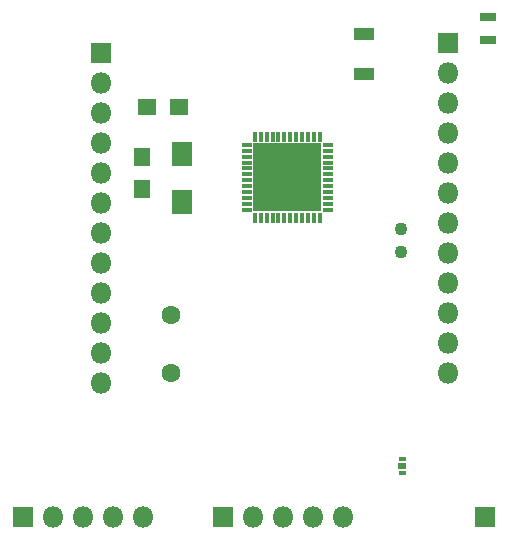
<source format=gts>
G04 #@! TF.GenerationSoftware,KiCad,Pcbnew,5.1.6-c6e7f7d~87~ubuntu18.04.1*
G04 #@! TF.CreationDate,2020-08-15T23:02:31+05:30*
G04 #@! TF.ProjectId,stm32wb_Dev_v1,73746d33-3277-4625-9f44-65765f76312e,rev?*
G04 #@! TF.SameCoordinates,Original*
G04 #@! TF.FileFunction,Soldermask,Top*
G04 #@! TF.FilePolarity,Negative*
%FSLAX46Y46*%
G04 Gerber Fmt 4.6, Leading zero omitted, Abs format (unit mm)*
G04 Created by KiCad (PCBNEW 5.1.6-c6e7f7d~87~ubuntu18.04.1) date 2020-08-15 23:02:31*
%MOMM*%
%LPD*%
G01*
G04 APERTURE LIST*
%ADD10C,0.010000*%
%ADD11R,0.400000X0.950000*%
%ADD12R,0.950000X0.400000*%
%ADD13R,5.800000X5.800000*%
%ADD14R,1.700000X2.100000*%
%ADD15R,1.800000X1.800000*%
%ADD16O,1.800000X1.800000*%
%ADD17R,1.400000X1.600000*%
%ADD18R,1.600000X1.400000*%
%ADD19R,1.400000X0.800000*%
%ADD20R,1.800000X1.000000*%
%ADD21C,1.100000*%
%ADD22C,1.600000*%
G04 APERTURE END LIST*
D10*
G36*
X118301000Y-87548100D02*
G01*
X118301000Y-87948100D01*
X117701000Y-87948100D01*
X117701000Y-87548100D01*
X118301000Y-87548100D01*
G37*
X118301000Y-87548100D02*
X118301000Y-87948100D01*
X117701000Y-87948100D01*
X117701000Y-87548100D01*
X118301000Y-87548100D01*
G36*
X118276000Y-88178100D02*
G01*
X118276000Y-88428100D01*
X117726000Y-88428100D01*
X117726000Y-88178100D01*
X118276000Y-88178100D01*
G37*
X118276000Y-88178100D02*
X118276000Y-88428100D01*
X117726000Y-88428100D01*
X117726000Y-88178100D01*
X118276000Y-88178100D01*
G36*
X118276000Y-87068100D02*
G01*
X118276000Y-87318100D01*
X117726000Y-87318100D01*
X117726000Y-87068100D01*
X118276000Y-87068100D01*
G37*
X118276000Y-87068100D02*
X118276000Y-87318100D01*
X117726000Y-87318100D01*
X117726000Y-87068100D01*
X118276000Y-87068100D01*
D11*
X111056000Y-59897600D03*
X110556000Y-59897600D03*
X110056000Y-59897600D03*
X109556000Y-59897600D03*
X109056000Y-59897600D03*
X108556000Y-59897600D03*
X108056000Y-59897600D03*
X107556000Y-59897600D03*
X107056000Y-59897600D03*
X106556000Y-59897600D03*
X106056000Y-59897600D03*
X105556000Y-59897600D03*
D12*
X104856000Y-60597600D03*
X104856000Y-61097600D03*
X104856000Y-61597600D03*
X104856000Y-62097600D03*
X104856000Y-62597600D03*
X104856000Y-63097600D03*
X104856000Y-63597600D03*
X104856000Y-64097600D03*
X104856000Y-64597600D03*
X104856000Y-65097600D03*
X104856000Y-65597600D03*
X104856000Y-66097600D03*
D11*
X105556000Y-66797600D03*
X106056000Y-66797600D03*
X106556000Y-66797600D03*
X107056000Y-66797600D03*
X107556000Y-66797600D03*
X108056000Y-66797600D03*
X108556000Y-66797600D03*
X109056000Y-66797600D03*
X109556000Y-66797600D03*
X110056000Y-66797600D03*
X110556000Y-66797600D03*
X111056000Y-66797600D03*
D12*
X111756000Y-66097600D03*
X111756000Y-65597600D03*
X111756000Y-65097600D03*
X111756000Y-64597600D03*
X111756000Y-64097600D03*
X111756000Y-63597600D03*
X111756000Y-63097600D03*
X111756000Y-62597600D03*
X111756000Y-62097600D03*
X111756000Y-61597600D03*
X111756000Y-61097600D03*
X111756000Y-60597600D03*
D13*
X108306000Y-63347600D03*
D14*
X99402900Y-61405000D03*
X99402900Y-65405000D03*
D15*
X125067000Y-92130900D03*
X85905300Y-92151200D03*
D16*
X88445300Y-92151200D03*
X90985300Y-92151200D03*
X93525300Y-92151200D03*
X96065300Y-92151200D03*
X113022000Y-92115600D03*
X110482000Y-92115600D03*
X107942000Y-92115600D03*
X105402000Y-92115600D03*
D15*
X102862000Y-92115600D03*
D16*
X92514400Y-80789800D03*
X92514400Y-78249800D03*
X92514400Y-75709800D03*
X92514400Y-73169800D03*
X92514400Y-70629800D03*
X92514400Y-68089800D03*
X92514400Y-65549800D03*
X92514400Y-63009800D03*
X92514400Y-60469800D03*
X92514400Y-57929800D03*
X92514400Y-55389800D03*
D15*
X92514400Y-52849800D03*
X121953000Y-51968400D03*
D16*
X121953000Y-54508400D03*
X121953000Y-57048400D03*
X121953000Y-59588400D03*
X121953000Y-62128400D03*
X121953000Y-64668400D03*
X121953000Y-67208400D03*
X121953000Y-69748400D03*
X121953000Y-72288400D03*
X121953000Y-74828400D03*
X121953000Y-77368400D03*
X121953000Y-79908400D03*
D17*
X96004400Y-64307700D03*
X96004400Y-61607700D03*
D18*
X96398100Y-57355700D03*
X99098100Y-57355700D03*
D19*
X125263000Y-51704300D03*
X125263000Y-49804300D03*
D20*
X114828000Y-51207500D03*
X114828000Y-54607500D03*
D21*
X117912000Y-69639300D03*
X117912000Y-67739300D03*
D22*
X98470700Y-79883300D03*
X98470700Y-74983300D03*
M02*

</source>
